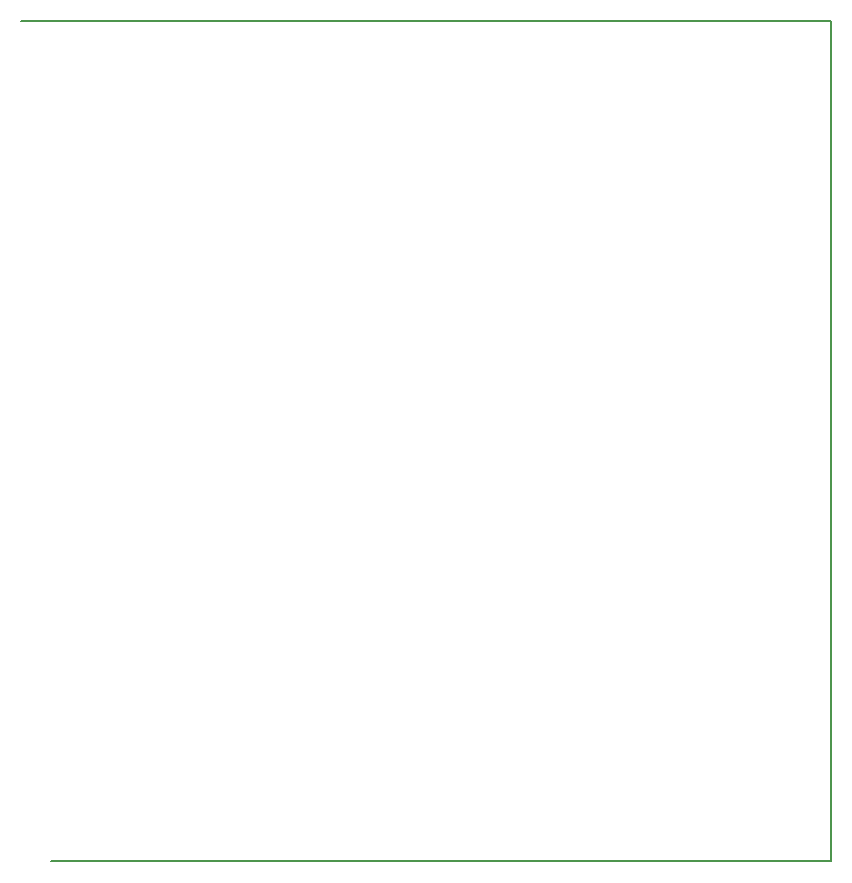
<source format=gm1>
%FSTAX23Y23*%
%MOMM*%
%SFA1B1*%

%IPPOS*%
%ADD11C,0.127000*%
%LNmzeggai1-1*%
%LPD*%
G54D11*
X99059Y35051D02*
Y69341D01*
X33019Y21716D02*
X99059D01*
X30479Y92836D02*
X85724D01*
X99059*
Y69341D02*
Y92836D01*
Y21716D02*
Y26796D01*
Y35051*
Y69341*
X33019Y21716D02*
X99059D01*
X30479Y92836D02*
X85724D01*
X99059*
Y69341D02*
Y92836D01*
Y21716D02*
Y26796D01*
Y35051*
M02*
</source>
